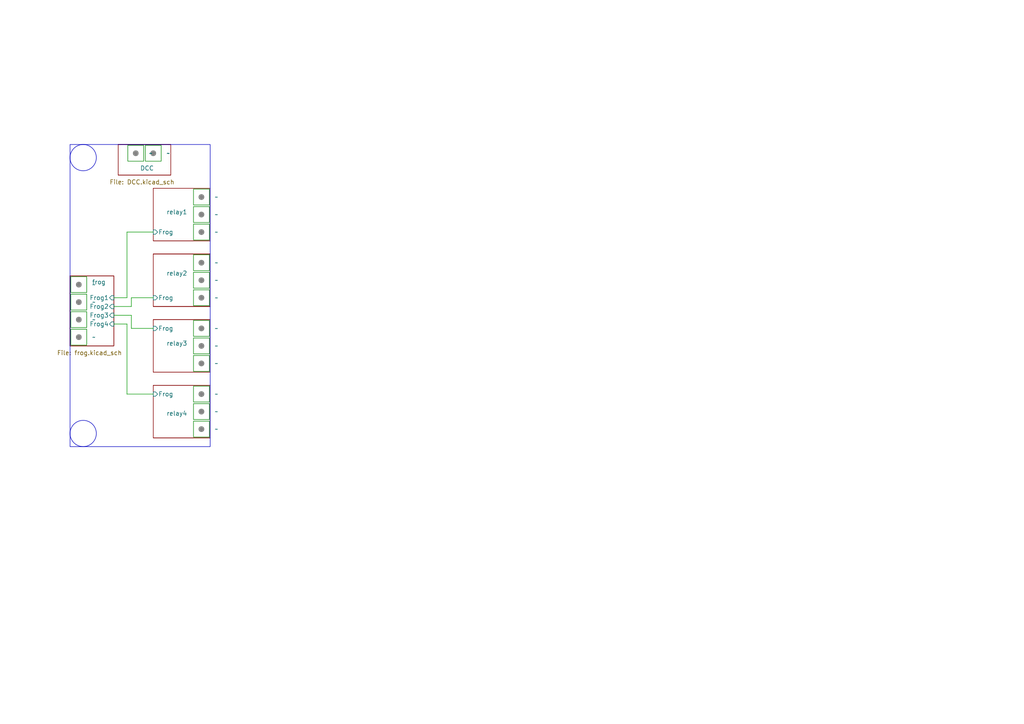
<source format=kicad_sch>
(kicad_sch (version 20231120) (generator "eeschema") (generator_version "8.0")
  (paper "A4")
  (lib_symbols
    (symbol "custom_kicad_lib_sk:screwterminal" (pin_numbers hide) (pin_names (offset 0) hide) (in_bom no) (on_board no)
      (symbol "screwterminal_1_1"
        (rectangle (start -2.3 2.3) (end 2.3 -2.3) (stroke (width 0) (color 0 132 0 1)))
        (circle (center 0 0) (radius 0.762) (stroke (width 0) (color 137 143 138 1)) (fill (type color) (color 132 132 132 1)))
      )
    )
  )
  (wire (pts (xy 38.1 86.36) (xy 44.45 86.36)))
  (wire (pts (xy 44.45 114.3) (xy 36.83 114.3)))
  (wire (pts (xy 36.83 114.3) (xy 36.83 93.98)))
  (wire (pts (xy 38.1 95.25) (xy 44.45 95.25)))
  (wire (pts (xy 38.1 88.9) (xy 38.1 86.36)))
  (wire (pts (xy 33.02 86.36) (xy 36.83 86.36)))
  (wire (pts (xy 33.02 91.44) (xy 38.1 91.44)))
  (wire (pts (xy 36.83 93.98) (xy 33.02 93.98)))
  (wire (pts (xy 36.83 67.31) (xy 44.45 67.31)))
  (wire (pts (xy 33.02 88.9) (xy 38.1 88.9)))
  (wire (pts (xy 36.83 86.36) (xy 36.83 67.31)))
  (wire (pts (xy 38.1 91.44) (xy 38.1 95.25)))
  (circle (center 24.13 125.73) (radius 3.81))
  (rectangle (start 20.32 41.91) (end 60.96 129.54))
  (circle (center 24.13 45.72) (radius 3.81))
  (symbol (lib_id "custom_kicad_lib_sk:screwterminal") (at 58.42 119.38 0) (unit 1) (in_bom no) (on_board no)
    (property "Reference" "u117" (effects (hide yes)))
    (property "Value" "~" (at 62.23 119.38 0) (effects (justify left)))
  )
  (symbol (lib_id "custom_kicad_lib_sk:screwterminal") (at 39.37 44.45 0) (unit 1) (in_bom no) (on_board no)
    (property "Reference" "u105" (effects (hide yes)))
    (property "Value" "~" (at 43.18 44.45 0) (effects (justify left)))
  )
  (symbol (lib_id "custom_kicad_lib_sk:screwterminal") (at 58.42 86.36 0) (unit 1) (in_bom no) (on_board no)
    (property "Reference" "u112" (effects (hide yes)))
    (property "Value" "~" (at 62.23 86.36 0) (effects (justify left)))
  )
  (symbol (lib_id "custom_kicad_lib_sk:screwterminal") (at 58.42 57.15 0) (unit 1) (in_bom no) (on_board no)
    (property "Reference" "u107" (effects (hide yes)))
    (property "Value" "~" (at 62.23 57.15 0) (effects (justify left)))
  )
  (symbol (lib_id "custom_kicad_lib_sk:screwterminal") (at 58.42 76.2 0) (unit 1) (in_bom no) (on_board no)
    (property "Reference" "u110" (effects (hide yes)))
    (property "Value" "~" (at 62.23 76.2 0) (effects (justify left)))
  )
  (symbol (lib_id "custom_kicad_lib_sk:screwterminal") (at 58.42 114.3 0) (unit 1) (in_bom no) (on_board no)
    (property "Reference" "u116" (effects (hide yes)))
    (property "Value" "~" (at 62.23 114.3 0) (effects (justify left)))
  )
  (symbol (lib_id "custom_kicad_lib_sk:screwterminal") (at 22.86 82.55 0) (unit 1) (in_bom no) (on_board no)
    (property "Reference" "u101" (effects (hide yes)))
    (property "Value" "~" (at 26.67 82.55 0) (effects (justify left)))
  )
  (symbol (lib_id "custom_kicad_lib_sk:screwterminal") (at 44.45 44.45 0) (unit 1) (in_bom no) (on_board no)
    (property "Reference" "u106" (effects (hide yes)))
    (property "Value" "~" (at 48.26 44.45 0) (effects (justify left)))
  )
  (symbol (lib_id "custom_kicad_lib_sk:screwterminal") (at 58.42 95.25 0) (unit 1) (in_bom no) (on_board no)
    (property "Reference" "u113" (effects (hide yes)))
    (property "Value" "~" (at 62.23 95.25 0) (effects (justify left)))
  )
  (symbol (lib_id "custom_kicad_lib_sk:screwterminal") (at 58.42 100.33 0) (unit 1) (in_bom no) (on_board no)
    (property "Reference" "u114" (effects (hide yes)))
    (property "Value" "~" (at 62.23 100.33 0) (effects (justify left)))
  )
  (symbol (lib_id "custom_kicad_lib_sk:screwterminal") (at 58.42 124.46 0) (unit 1) (in_bom no) (on_board no)
    (property "Reference" "u118" (effects (hide yes)))
    (property "Value" "~" (at 62.23 124.46 0) (effects (justify left)))
  )
  (symbol (lib_id "custom_kicad_lib_sk:screwterminal") (at 58.42 67.31 0) (unit 1) (in_bom no) (on_board no)
    (property "Reference" "u109" (effects (hide yes)))
    (property "Value" "~" (at 62.23 67.31 0) (effects (justify left)))
  )
  (symbol (lib_id "custom_kicad_lib_sk:screwterminal") (at 58.42 62.23 0) (unit 1) (in_bom no) (on_board no)
    (property "Reference" "u108" (effects (hide yes)))
    (property "Value" "~" (at 62.23 62.23 0) (effects (justify left)))
  )
  (symbol (lib_id "custom_kicad_lib_sk:screwterminal") (at 22.86 92.71 0) (unit 1) (in_bom no) (on_board no)
    (property "Reference" "u103" (effects (hide yes)))
    (property "Value" "~" (at 26.67 92.71 0) (effects (justify left)))
  )
  (symbol (lib_id "custom_kicad_lib_sk:screwterminal") (at 22.86 97.79 0) (unit 1) (in_bom no) (on_board no)
    (property "Reference" "u104" (effects (hide yes)))
    (property "Value" "~" (at 26.67 97.79 0) (effects (justify left)))
  )
  (symbol (lib_id "custom_kicad_lib_sk:screwterminal") (at 58.42 105.41 0) (unit 1) (in_bom no) (on_board no)
    (property "Reference" "u115" (effects (hide yes)))
    (property "Value" "~" (at 62.23 105.41 0) (effects (justify left)))
  )
  (symbol (lib_id "custom_kicad_lib_sk:screwterminal") (at 22.86 87.63 0) (unit 1) (in_bom no) (on_board no)
    (property "Reference" "u102" (effects (hide yes)))
    (property "Value" "~" (at 26.67 87.63 0) (effects (justify left)))
  )
  (symbol (lib_id "custom_kicad_lib_sk:screwterminal") (at 58.42 81.28 0) (unit 1) (in_bom no) (on_board no)
    (property "Reference" "u111" (effects (hide yes)))
    (property "Value" "~" (at 62.23 81.28 0) (effects (justify left)))
  )
  (sheet (at 34.29 41.91) (size 15.24 8.89) (stroke (width 0.1524))
    (property "Sheetname" "DCC" (at 40.64 49.53 0) (effects (justify left bottom)))
    (property "Sheetfile" "DCC.kicad_sch" (at 31.75 52.07 0) (effects (justify left top)))
  )
  (sheet (at 44.45 54.61) (size 16.51 15.24) (stroke (width 0.1524))
    (property "Sheetname" "relay1" (at 48.26 62.23 0) (effects (justify left bottom)))
    (property "Sheetfile" "relay.kicad_sch" (effects (hide yes)))
    (pin "Frog" input (at 44.45 67.31 180))
  )
  (sheet (at 44.45 73.66) (size 16.51 15.24) (stroke (width 0.1524))
    (property "Sheetname" "relay2" (at 48.26 80.01 0) (effects (justify left bottom)))
    (property "Sheetfile" "relay.kicad_sch" (effects (hide yes)))
    (pin "Frog" input (at 44.45 86.36 180))
  )
  (sheet (at 20.32 80.01) (size 12.7 20.32) (stroke (width 0.1524))
    (property "Sheetname" "frog" (at 26.67 82.55 0) (effects (justify left bottom)))
    (property "Sheetfile" "frog.kicad_sch" (at 16.51 101.6 0) (effects (justify left top)))
    (pin "Frog1" input (at 33.02 86.36 0))
    (pin "Frog2" input (at 33.02 88.9 0))
    (pin "Frog3" input (at 33.02 91.44 0))
    (pin "Frog4" input (at 33.02 93.98 0))
  )
  (sheet (at 44.45 92.71) (size 16.51 15.24) (stroke (width 0.1524))
    (property "Sheetname" "relay3" (at 48.26 100.33 0) (effects (justify left bottom)))
    (property "Sheetfile" "relay.kicad_sch" (effects (hide yes)))
    (pin "Frog" input (at 44.45 95.25 180))
  )
  (sheet (at 44.45 111.76) (size 16.51 15.24) (stroke (width 0.1524))
    (property "Sheetname" "relay4" (at 48.26 120.65 0) (effects (justify left bottom)))
    (property "Sheetfile" "relay.kicad_sch" (effects (hide yes)))
    (pin "Frog" input (at 44.45 114.3 180))
  )
)
</source>
